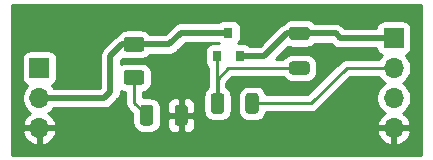
<source format=gbr>
%TF.GenerationSoftware,KiCad,Pcbnew,5.1.10-88a1d61d58~90~ubuntu21.04.1*%
%TF.CreationDate,2021-08-02T11:22:18+02:00*%
%TF.ProjectId,ServoPmosModule,53657276-6f50-46d6-9f73-4d6f64756c65,rev?*%
%TF.SameCoordinates,Original*%
%TF.FileFunction,Copper,L1,Top*%
%TF.FilePolarity,Positive*%
%FSLAX46Y46*%
G04 Gerber Fmt 4.6, Leading zero omitted, Abs format (unit mm)*
G04 Created by KiCad (PCBNEW 5.1.10-88a1d61d58~90~ubuntu21.04.1) date 2021-08-02 11:22:18*
%MOMM*%
%LPD*%
G01*
G04 APERTURE LIST*
%TA.AperFunction,SMDPad,CuDef*%
%ADD10R,0.800000X0.900000*%
%TD*%
%TA.AperFunction,ComponentPad*%
%ADD11O,1.700000X1.700000*%
%TD*%
%TA.AperFunction,ComponentPad*%
%ADD12R,1.700000X1.700000*%
%TD*%
%TA.AperFunction,Conductor*%
%ADD13C,0.500000*%
%TD*%
%TA.AperFunction,Conductor*%
%ADD14C,0.250000*%
%TD*%
%TA.AperFunction,Conductor*%
%ADD15C,0.254000*%
%TD*%
%TA.AperFunction,Conductor*%
%ADD16C,0.100000*%
%TD*%
G04 APERTURE END LIST*
%TO.P,R3,2*%
%TO.N,GND*%
%TA.AperFunction,SMDPad,CuDef*%
G36*
G01*
X110437500Y-92625002D02*
X110437500Y-91374998D01*
G75*
G02*
X110687498Y-91125000I249998J0D01*
G01*
X111312502Y-91125000D01*
G75*
G02*
X111562500Y-91374998I0J-249998D01*
G01*
X111562500Y-92625002D01*
G75*
G02*
X111312502Y-92875000I-249998J0D01*
G01*
X110687498Y-92875000D01*
G75*
G02*
X110437500Y-92625002I0J249998D01*
G01*
G37*
%TD.AperFunction*%
%TO.P,R3,1*%
%TO.N,Net-(D1-Pad1)*%
%TA.AperFunction,SMDPad,CuDef*%
G36*
G01*
X107512500Y-92625002D02*
X107512500Y-91374998D01*
G75*
G02*
X107762498Y-91125000I249998J0D01*
G01*
X108387502Y-91125000D01*
G75*
G02*
X108637500Y-91374998I0J-249998D01*
G01*
X108637500Y-92625002D01*
G75*
G02*
X108387502Y-92875000I-249998J0D01*
G01*
X107762498Y-92875000D01*
G75*
G02*
X107512500Y-92625002I0J249998D01*
G01*
G37*
%TD.AperFunction*%
%TD*%
%TO.P,R2,2*%
%TO.N,/pwr_en*%
%TA.AperFunction,SMDPad,CuDef*%
G36*
G01*
X116437500Y-91625002D02*
X116437500Y-90374998D01*
G75*
G02*
X116687498Y-90125000I249998J0D01*
G01*
X117312502Y-90125000D01*
G75*
G02*
X117562500Y-90374998I0J-249998D01*
G01*
X117562500Y-91625002D01*
G75*
G02*
X117312502Y-91875000I-249998J0D01*
G01*
X116687498Y-91875000D01*
G75*
G02*
X116437500Y-91625002I0J249998D01*
G01*
G37*
%TD.AperFunction*%
%TO.P,R2,1*%
%TO.N,Net-(Q1-Pad1)*%
%TA.AperFunction,SMDPad,CuDef*%
G36*
G01*
X113512500Y-91625002D02*
X113512500Y-90374998D01*
G75*
G02*
X113762498Y-90125000I249998J0D01*
G01*
X114387502Y-90125000D01*
G75*
G02*
X114637500Y-90374998I0J-249998D01*
G01*
X114637500Y-91625002D01*
G75*
G02*
X114387502Y-91875000I-249998J0D01*
G01*
X113762498Y-91875000D01*
G75*
G02*
X113512500Y-91625002I0J249998D01*
G01*
G37*
%TD.AperFunction*%
%TD*%
%TO.P,R1,2*%
%TO.N,Net-(Q1-Pad1)*%
%TA.AperFunction,SMDPad,CuDef*%
G36*
G01*
X120374998Y-87437500D02*
X121625002Y-87437500D01*
G75*
G02*
X121875000Y-87687498I0J-249998D01*
G01*
X121875000Y-88312502D01*
G75*
G02*
X121625002Y-88562500I-249998J0D01*
G01*
X120374998Y-88562500D01*
G75*
G02*
X120125000Y-88312502I0J249998D01*
G01*
X120125000Y-87687498D01*
G75*
G02*
X120374998Y-87437500I249998J0D01*
G01*
G37*
%TD.AperFunction*%
%TO.P,R1,1*%
%TO.N,/pwr_in*%
%TA.AperFunction,SMDPad,CuDef*%
G36*
G01*
X120374998Y-84512500D02*
X121625002Y-84512500D01*
G75*
G02*
X121875000Y-84762498I0J-249998D01*
G01*
X121875000Y-85387502D01*
G75*
G02*
X121625002Y-85637500I-249998J0D01*
G01*
X120374998Y-85637500D01*
G75*
G02*
X120125000Y-85387502I0J249998D01*
G01*
X120125000Y-84762498D01*
G75*
G02*
X120374998Y-84512500I249998J0D01*
G01*
G37*
%TD.AperFunction*%
%TD*%
D10*
%TO.P,Q1,3*%
%TO.N,/pwr_out*%
X115000000Y-85000000D03*
%TO.P,Q1,2*%
%TO.N,/pwr_in*%
X115950000Y-87000000D03*
%TO.P,Q1,1*%
%TO.N,Net-(Q1-Pad1)*%
X114050000Y-87000000D03*
%TD*%
D11*
%TO.P,J2,3*%
%TO.N,GND*%
X99000000Y-93080000D03*
%TO.P,J2,2*%
%TO.N,/pwr_out*%
X99000000Y-90540000D03*
D12*
%TO.P,J2,1*%
%TO.N,/pwm*%
X99000000Y-88000000D03*
%TD*%
D11*
%TO.P,J1,4*%
%TO.N,GND*%
X129000000Y-93080000D03*
%TO.P,J1,3*%
%TO.N,/pwm*%
X129000000Y-90540000D03*
%TO.P,J1,2*%
%TO.N,/pwr_en*%
X129000000Y-88000000D03*
D12*
%TO.P,J1,1*%
%TO.N,/pwr_in*%
X129000000Y-85460000D03*
%TD*%
%TO.P,D1,2*%
%TO.N,/pwr_out*%
%TA.AperFunction,SMDPad,CuDef*%
G36*
G01*
X107625000Y-86625000D02*
X106375000Y-86625000D01*
G75*
G02*
X106125000Y-86375000I0J250000D01*
G01*
X106125000Y-85625000D01*
G75*
G02*
X106375000Y-85375000I250000J0D01*
G01*
X107625000Y-85375000D01*
G75*
G02*
X107875000Y-85625000I0J-250000D01*
G01*
X107875000Y-86375000D01*
G75*
G02*
X107625000Y-86625000I-250000J0D01*
G01*
G37*
%TD.AperFunction*%
%TO.P,D1,1*%
%TO.N,Net-(D1-Pad1)*%
%TA.AperFunction,SMDPad,CuDef*%
G36*
G01*
X107625000Y-89425000D02*
X106375000Y-89425000D01*
G75*
G02*
X106125000Y-89175000I0J250000D01*
G01*
X106125000Y-88425000D01*
G75*
G02*
X106375000Y-88175000I250000J0D01*
G01*
X107625000Y-88175000D01*
G75*
G02*
X107875000Y-88425000I0J-250000D01*
G01*
X107875000Y-89175000D01*
G75*
G02*
X107625000Y-89425000I-250000J0D01*
G01*
G37*
%TD.AperFunction*%
%TD*%
D13*
%TO.N,/pwr_out*%
X115000000Y-85000000D02*
X111000000Y-85000000D01*
X110000000Y-86000000D02*
X107000000Y-86000000D01*
X111000000Y-85000000D02*
X110000000Y-86000000D01*
X107000000Y-86000000D02*
X106000000Y-86000000D01*
X106000000Y-86000000D02*
X105000000Y-87000000D01*
X105000000Y-87000000D02*
X105000000Y-90000000D01*
X104460000Y-90540000D02*
X102000000Y-90540000D01*
X105000000Y-90000000D02*
X104460000Y-90540000D01*
X102000000Y-90540000D02*
X99000000Y-90540000D01*
D14*
%TO.N,Net-(D1-Pad1)*%
X107000000Y-90925000D02*
X108075000Y-92000000D01*
X107000000Y-88800000D02*
X107000000Y-90925000D01*
%TO.N,/pwr_en*%
X125000000Y-88000000D02*
X128000000Y-88000000D01*
X122000000Y-91000000D02*
X125000000Y-88000000D01*
X117000000Y-91000000D02*
X122000000Y-91000000D01*
X128000000Y-88000000D02*
X129000000Y-88000000D01*
D13*
%TO.N,/pwr_in*%
X118000000Y-87000000D02*
X115950000Y-87000000D01*
X119925000Y-85075000D02*
X118000000Y-87000000D01*
X121000000Y-85075000D02*
X119925000Y-85075000D01*
X124075000Y-85075000D02*
X121000000Y-85075000D01*
X124460000Y-85460000D02*
X124075000Y-85075000D01*
X129000000Y-85460000D02*
X124460000Y-85460000D01*
D14*
%TO.N,Net-(Q1-Pad1)*%
X114050000Y-90975000D02*
X114075000Y-91000000D01*
X114050000Y-87000000D02*
X114050000Y-90975000D01*
X114075000Y-91000000D02*
X114075000Y-88925000D01*
X115000000Y-88000000D02*
X121000000Y-88000000D01*
X114075000Y-88925000D02*
X115000000Y-88000000D01*
%TD*%
D15*
%TO.N,GND*%
X131340001Y-95340000D02*
X96660000Y-95340000D01*
X96660000Y-93436890D01*
X97558524Y-93436890D01*
X97603175Y-93584099D01*
X97728359Y-93846920D01*
X97902412Y-94080269D01*
X98118645Y-94275178D01*
X98368748Y-94424157D01*
X98643109Y-94521481D01*
X98873000Y-94400814D01*
X98873000Y-93207000D01*
X99127000Y-93207000D01*
X99127000Y-94400814D01*
X99356891Y-94521481D01*
X99631252Y-94424157D01*
X99881355Y-94275178D01*
X100097588Y-94080269D01*
X100271641Y-93846920D01*
X100396825Y-93584099D01*
X100441476Y-93436890D01*
X100320155Y-93207000D01*
X99127000Y-93207000D01*
X98873000Y-93207000D01*
X97679845Y-93207000D01*
X97558524Y-93436890D01*
X96660000Y-93436890D01*
X96660000Y-87150000D01*
X97511928Y-87150000D01*
X97511928Y-88850000D01*
X97524188Y-88974482D01*
X97560498Y-89094180D01*
X97619463Y-89204494D01*
X97698815Y-89301185D01*
X97795506Y-89380537D01*
X97905820Y-89439502D01*
X97978380Y-89461513D01*
X97846525Y-89593368D01*
X97684010Y-89836589D01*
X97572068Y-90106842D01*
X97515000Y-90393740D01*
X97515000Y-90686260D01*
X97572068Y-90973158D01*
X97684010Y-91243411D01*
X97846525Y-91486632D01*
X98053368Y-91693475D01*
X98235534Y-91815195D01*
X98118645Y-91884822D01*
X97902412Y-92079731D01*
X97728359Y-92313080D01*
X97603175Y-92575901D01*
X97558524Y-92723110D01*
X97679845Y-92953000D01*
X98873000Y-92953000D01*
X98873000Y-92933000D01*
X99127000Y-92933000D01*
X99127000Y-92953000D01*
X100320155Y-92953000D01*
X100441476Y-92723110D01*
X100396825Y-92575901D01*
X100271641Y-92313080D01*
X100097588Y-92079731D01*
X99881355Y-91884822D01*
X99764466Y-91815195D01*
X99946632Y-91693475D01*
X100153475Y-91486632D01*
X100194656Y-91425000D01*
X104416531Y-91425000D01*
X104460000Y-91429281D01*
X104503469Y-91425000D01*
X104503477Y-91425000D01*
X104633490Y-91412195D01*
X104800313Y-91361589D01*
X104954059Y-91279411D01*
X105088817Y-91168817D01*
X105116534Y-91135044D01*
X105595044Y-90656534D01*
X105628817Y-90628817D01*
X105739411Y-90494059D01*
X105821589Y-90340313D01*
X105872195Y-90173490D01*
X105885000Y-90043477D01*
X105885000Y-90043467D01*
X105889281Y-90000001D01*
X105885000Y-89956535D01*
X105885000Y-89915215D01*
X106035150Y-89995472D01*
X106201746Y-90046008D01*
X106240001Y-90049776D01*
X106240001Y-90887668D01*
X106236324Y-90925000D01*
X106240001Y-90962333D01*
X106247066Y-91034059D01*
X106250998Y-91073985D01*
X106294454Y-91217246D01*
X106365026Y-91349276D01*
X106416663Y-91412195D01*
X106460000Y-91465001D01*
X106488998Y-91488799D01*
X106874428Y-91874229D01*
X106874428Y-92625002D01*
X106891492Y-92798256D01*
X106942028Y-92964852D01*
X107024095Y-93118387D01*
X107134538Y-93252962D01*
X107269113Y-93363405D01*
X107422648Y-93445472D01*
X107589244Y-93496008D01*
X107762498Y-93513072D01*
X108387502Y-93513072D01*
X108560756Y-93496008D01*
X108727352Y-93445472D01*
X108880887Y-93363405D01*
X109015462Y-93252962D01*
X109125905Y-93118387D01*
X109207972Y-92964852D01*
X109235228Y-92875000D01*
X109799428Y-92875000D01*
X109811688Y-92999482D01*
X109847998Y-93119180D01*
X109906963Y-93229494D01*
X109986315Y-93326185D01*
X110083006Y-93405537D01*
X110193320Y-93464502D01*
X110313018Y-93500812D01*
X110437500Y-93513072D01*
X110714250Y-93510000D01*
X110873000Y-93351250D01*
X110873000Y-92127000D01*
X111127000Y-92127000D01*
X111127000Y-93351250D01*
X111285750Y-93510000D01*
X111562500Y-93513072D01*
X111686982Y-93500812D01*
X111806680Y-93464502D01*
X111858337Y-93436890D01*
X127558524Y-93436890D01*
X127603175Y-93584099D01*
X127728359Y-93846920D01*
X127902412Y-94080269D01*
X128118645Y-94275178D01*
X128368748Y-94424157D01*
X128643109Y-94521481D01*
X128873000Y-94400814D01*
X128873000Y-93207000D01*
X129127000Y-93207000D01*
X129127000Y-94400814D01*
X129356891Y-94521481D01*
X129631252Y-94424157D01*
X129881355Y-94275178D01*
X130097588Y-94080269D01*
X130271641Y-93846920D01*
X130396825Y-93584099D01*
X130441476Y-93436890D01*
X130320155Y-93207000D01*
X129127000Y-93207000D01*
X128873000Y-93207000D01*
X127679845Y-93207000D01*
X127558524Y-93436890D01*
X111858337Y-93436890D01*
X111916994Y-93405537D01*
X112013685Y-93326185D01*
X112093037Y-93229494D01*
X112152002Y-93119180D01*
X112188312Y-92999482D01*
X112200572Y-92875000D01*
X112197500Y-92285750D01*
X112038750Y-92127000D01*
X111127000Y-92127000D01*
X110873000Y-92127000D01*
X109961250Y-92127000D01*
X109802500Y-92285750D01*
X109799428Y-92875000D01*
X109235228Y-92875000D01*
X109258508Y-92798256D01*
X109275572Y-92625002D01*
X109275572Y-91374998D01*
X109258508Y-91201744D01*
X109235229Y-91125000D01*
X109799428Y-91125000D01*
X109802500Y-91714250D01*
X109961250Y-91873000D01*
X110873000Y-91873000D01*
X110873000Y-90648750D01*
X111127000Y-90648750D01*
X111127000Y-91873000D01*
X112038750Y-91873000D01*
X112197500Y-91714250D01*
X112200572Y-91125000D01*
X112188312Y-91000518D01*
X112152002Y-90880820D01*
X112093037Y-90770506D01*
X112013685Y-90673815D01*
X111916994Y-90594463D01*
X111806680Y-90535498D01*
X111686982Y-90499188D01*
X111562500Y-90486928D01*
X111285750Y-90490000D01*
X111127000Y-90648750D01*
X110873000Y-90648750D01*
X110714250Y-90490000D01*
X110437500Y-90486928D01*
X110313018Y-90499188D01*
X110193320Y-90535498D01*
X110083006Y-90594463D01*
X109986315Y-90673815D01*
X109906963Y-90770506D01*
X109847998Y-90880820D01*
X109811688Y-91000518D01*
X109799428Y-91125000D01*
X109235229Y-91125000D01*
X109207972Y-91035148D01*
X109125905Y-90881613D01*
X109015462Y-90747038D01*
X108880887Y-90636595D01*
X108727352Y-90554528D01*
X108560756Y-90503992D01*
X108387502Y-90486928D01*
X107762498Y-90486928D01*
X107760000Y-90487174D01*
X107760000Y-90049776D01*
X107798254Y-90046008D01*
X107964850Y-89995472D01*
X108118386Y-89913405D01*
X108252962Y-89802962D01*
X108363405Y-89668386D01*
X108445472Y-89514850D01*
X108496008Y-89348254D01*
X108513072Y-89175000D01*
X108513072Y-88425000D01*
X108496008Y-88251746D01*
X108445472Y-88085150D01*
X108363405Y-87931614D01*
X108252962Y-87797038D01*
X108118386Y-87686595D01*
X107964850Y-87604528D01*
X107798254Y-87553992D01*
X107625000Y-87536928D01*
X106375000Y-87536928D01*
X106201746Y-87553992D01*
X106035150Y-87604528D01*
X105885000Y-87684785D01*
X105885000Y-87366578D01*
X106051229Y-87200349D01*
X106201746Y-87246008D01*
X106375000Y-87263072D01*
X107625000Y-87263072D01*
X107798254Y-87246008D01*
X107964850Y-87195472D01*
X108118386Y-87113405D01*
X108252962Y-87002962D01*
X108349770Y-86885000D01*
X109956531Y-86885000D01*
X110000000Y-86889281D01*
X110043469Y-86885000D01*
X110043477Y-86885000D01*
X110173490Y-86872195D01*
X110340313Y-86821589D01*
X110494059Y-86739411D01*
X110628817Y-86628817D01*
X110656534Y-86595044D01*
X111366579Y-85885000D01*
X114135532Y-85885000D01*
X114148815Y-85901185D01*
X114161905Y-85911928D01*
X113650000Y-85911928D01*
X113525518Y-85924188D01*
X113405820Y-85960498D01*
X113295506Y-86019463D01*
X113198815Y-86098815D01*
X113119463Y-86195506D01*
X113060498Y-86305820D01*
X113024188Y-86425518D01*
X113011928Y-86550000D01*
X113011928Y-87450000D01*
X113024188Y-87574482D01*
X113060498Y-87694180D01*
X113119463Y-87804494D01*
X113198815Y-87901185D01*
X113290000Y-87976019D01*
X113290001Y-89625430D01*
X113269113Y-89636595D01*
X113134538Y-89747038D01*
X113024095Y-89881613D01*
X112942028Y-90035148D01*
X112891492Y-90201744D01*
X112874428Y-90374998D01*
X112874428Y-91625002D01*
X112891492Y-91798256D01*
X112942028Y-91964852D01*
X113024095Y-92118387D01*
X113134538Y-92252962D01*
X113269113Y-92363405D01*
X113422648Y-92445472D01*
X113589244Y-92496008D01*
X113762498Y-92513072D01*
X114387502Y-92513072D01*
X114560756Y-92496008D01*
X114727352Y-92445472D01*
X114880887Y-92363405D01*
X115015462Y-92252962D01*
X115125905Y-92118387D01*
X115207972Y-91964852D01*
X115258508Y-91798256D01*
X115275572Y-91625002D01*
X115275572Y-90374998D01*
X115258508Y-90201744D01*
X115207972Y-90035148D01*
X115125905Y-89881613D01*
X115015462Y-89747038D01*
X114880887Y-89636595D01*
X114835000Y-89612068D01*
X114835000Y-89239801D01*
X115314802Y-88760000D01*
X119612068Y-88760000D01*
X119636595Y-88805887D01*
X119747038Y-88940462D01*
X119881613Y-89050905D01*
X120035148Y-89132972D01*
X120201744Y-89183508D01*
X120374998Y-89200572D01*
X121625002Y-89200572D01*
X121798256Y-89183508D01*
X121964852Y-89132972D01*
X122118387Y-89050905D01*
X122252962Y-88940462D01*
X122363405Y-88805887D01*
X122445472Y-88652352D01*
X122496008Y-88485756D01*
X122513072Y-88312502D01*
X122513072Y-87687498D01*
X122496008Y-87514244D01*
X122445472Y-87347648D01*
X122363405Y-87194113D01*
X122252962Y-87059538D01*
X122118387Y-86949095D01*
X121964852Y-86867028D01*
X121798256Y-86816492D01*
X121625002Y-86799428D01*
X120374998Y-86799428D01*
X120201744Y-86816492D01*
X120035148Y-86867028D01*
X119881613Y-86949095D01*
X119747038Y-87059538D01*
X119636595Y-87194113D01*
X119612068Y-87240000D01*
X119011578Y-87240000D01*
X120041638Y-86209941D01*
X120201744Y-86258508D01*
X120374998Y-86275572D01*
X121625002Y-86275572D01*
X121798256Y-86258508D01*
X121964852Y-86207972D01*
X122118387Y-86125905D01*
X122252962Y-86015462D01*
X122298479Y-85960000D01*
X123708422Y-85960000D01*
X123803466Y-86055044D01*
X123831183Y-86088817D01*
X123965941Y-86199411D01*
X124119687Y-86281589D01*
X124286510Y-86332195D01*
X124416523Y-86345000D01*
X124416533Y-86345000D01*
X124459999Y-86349281D01*
X124503465Y-86345000D01*
X127515375Y-86345000D01*
X127524188Y-86434482D01*
X127560498Y-86554180D01*
X127619463Y-86664494D01*
X127698815Y-86761185D01*
X127795506Y-86840537D01*
X127905820Y-86899502D01*
X127978380Y-86921513D01*
X127846525Y-87053368D01*
X127721822Y-87240000D01*
X125037325Y-87240000D01*
X125000000Y-87236324D01*
X124962675Y-87240000D01*
X124962667Y-87240000D01*
X124851014Y-87250997D01*
X124707753Y-87294454D01*
X124575724Y-87365026D01*
X124459999Y-87459999D01*
X124436201Y-87488997D01*
X121685199Y-90240000D01*
X118187276Y-90240000D01*
X118183508Y-90201744D01*
X118132972Y-90035148D01*
X118050905Y-89881613D01*
X117940462Y-89747038D01*
X117805887Y-89636595D01*
X117652352Y-89554528D01*
X117485756Y-89503992D01*
X117312502Y-89486928D01*
X116687498Y-89486928D01*
X116514244Y-89503992D01*
X116347648Y-89554528D01*
X116194113Y-89636595D01*
X116059538Y-89747038D01*
X115949095Y-89881613D01*
X115867028Y-90035148D01*
X115816492Y-90201744D01*
X115799428Y-90374998D01*
X115799428Y-91625002D01*
X115816492Y-91798256D01*
X115867028Y-91964852D01*
X115949095Y-92118387D01*
X116059538Y-92252962D01*
X116194113Y-92363405D01*
X116347648Y-92445472D01*
X116514244Y-92496008D01*
X116687498Y-92513072D01*
X117312502Y-92513072D01*
X117485756Y-92496008D01*
X117652352Y-92445472D01*
X117805887Y-92363405D01*
X117940462Y-92252962D01*
X118050905Y-92118387D01*
X118132972Y-91964852D01*
X118183508Y-91798256D01*
X118187276Y-91760000D01*
X121962678Y-91760000D01*
X122000000Y-91763676D01*
X122037322Y-91760000D01*
X122037333Y-91760000D01*
X122148986Y-91749003D01*
X122292247Y-91705546D01*
X122424276Y-91634974D01*
X122540001Y-91540001D01*
X122563804Y-91510997D01*
X125314802Y-88760000D01*
X127721822Y-88760000D01*
X127846525Y-88946632D01*
X128053368Y-89153475D01*
X128227760Y-89270000D01*
X128053368Y-89386525D01*
X127846525Y-89593368D01*
X127684010Y-89836589D01*
X127572068Y-90106842D01*
X127515000Y-90393740D01*
X127515000Y-90686260D01*
X127572068Y-90973158D01*
X127684010Y-91243411D01*
X127846525Y-91486632D01*
X128053368Y-91693475D01*
X128235534Y-91815195D01*
X128118645Y-91884822D01*
X127902412Y-92079731D01*
X127728359Y-92313080D01*
X127603175Y-92575901D01*
X127558524Y-92723110D01*
X127679845Y-92953000D01*
X128873000Y-92953000D01*
X128873000Y-92933000D01*
X129127000Y-92933000D01*
X129127000Y-92953000D01*
X130320155Y-92953000D01*
X130441476Y-92723110D01*
X130396825Y-92575901D01*
X130271641Y-92313080D01*
X130097588Y-92079731D01*
X129881355Y-91884822D01*
X129764466Y-91815195D01*
X129946632Y-91693475D01*
X130153475Y-91486632D01*
X130315990Y-91243411D01*
X130427932Y-90973158D01*
X130485000Y-90686260D01*
X130485000Y-90393740D01*
X130427932Y-90106842D01*
X130315990Y-89836589D01*
X130153475Y-89593368D01*
X129946632Y-89386525D01*
X129772240Y-89270000D01*
X129946632Y-89153475D01*
X130153475Y-88946632D01*
X130315990Y-88703411D01*
X130427932Y-88433158D01*
X130485000Y-88146260D01*
X130485000Y-87853740D01*
X130427932Y-87566842D01*
X130315990Y-87296589D01*
X130153475Y-87053368D01*
X130021620Y-86921513D01*
X130094180Y-86899502D01*
X130204494Y-86840537D01*
X130301185Y-86761185D01*
X130380537Y-86664494D01*
X130439502Y-86554180D01*
X130475812Y-86434482D01*
X130488072Y-86310000D01*
X130488072Y-84610000D01*
X130475812Y-84485518D01*
X130439502Y-84365820D01*
X130380537Y-84255506D01*
X130301185Y-84158815D01*
X130204494Y-84079463D01*
X130094180Y-84020498D01*
X129974482Y-83984188D01*
X129850000Y-83971928D01*
X128150000Y-83971928D01*
X128025518Y-83984188D01*
X127905820Y-84020498D01*
X127795506Y-84079463D01*
X127698815Y-84158815D01*
X127619463Y-84255506D01*
X127560498Y-84365820D01*
X127524188Y-84485518D01*
X127515375Y-84575000D01*
X124826578Y-84575000D01*
X124731534Y-84479956D01*
X124703817Y-84446183D01*
X124569059Y-84335589D01*
X124415313Y-84253411D01*
X124248490Y-84202805D01*
X124118477Y-84190000D01*
X124118469Y-84190000D01*
X124075000Y-84185719D01*
X124031531Y-84190000D01*
X122298479Y-84190000D01*
X122252962Y-84134538D01*
X122118387Y-84024095D01*
X121964852Y-83942028D01*
X121798256Y-83891492D01*
X121625002Y-83874428D01*
X120374998Y-83874428D01*
X120201744Y-83891492D01*
X120035148Y-83942028D01*
X119881613Y-84024095D01*
X119747038Y-84134538D01*
X119670959Y-84227240D01*
X119584687Y-84253411D01*
X119430941Y-84335589D01*
X119401452Y-84359790D01*
X119329953Y-84418468D01*
X119329951Y-84418470D01*
X119296183Y-84446183D01*
X119268470Y-84479951D01*
X117633422Y-86115000D01*
X116814468Y-86115000D01*
X116801185Y-86098815D01*
X116704494Y-86019463D01*
X116594180Y-85960498D01*
X116474482Y-85924188D01*
X116350000Y-85911928D01*
X115838095Y-85911928D01*
X115851185Y-85901185D01*
X115930537Y-85804494D01*
X115989502Y-85694180D01*
X116025812Y-85574482D01*
X116038072Y-85450000D01*
X116038072Y-84550000D01*
X116025812Y-84425518D01*
X115989502Y-84305820D01*
X115930537Y-84195506D01*
X115851185Y-84098815D01*
X115754494Y-84019463D01*
X115644180Y-83960498D01*
X115524482Y-83924188D01*
X115400000Y-83911928D01*
X114600000Y-83911928D01*
X114475518Y-83924188D01*
X114355820Y-83960498D01*
X114245506Y-84019463D01*
X114148815Y-84098815D01*
X114135532Y-84115000D01*
X111043469Y-84115000D01*
X111000000Y-84110719D01*
X110956531Y-84115000D01*
X110956523Y-84115000D01*
X110826510Y-84127805D01*
X110659686Y-84178411D01*
X110505941Y-84260589D01*
X110404953Y-84343468D01*
X110404951Y-84343470D01*
X110371183Y-84371183D01*
X110343470Y-84404951D01*
X109633422Y-85115000D01*
X108349770Y-85115000D01*
X108252962Y-84997038D01*
X108118386Y-84886595D01*
X107964850Y-84804528D01*
X107798254Y-84753992D01*
X107625000Y-84736928D01*
X106375000Y-84736928D01*
X106201746Y-84753992D01*
X106035150Y-84804528D01*
X105881614Y-84886595D01*
X105747038Y-84997038D01*
X105636595Y-85131614D01*
X105592341Y-85214408D01*
X105505941Y-85260589D01*
X105404953Y-85343468D01*
X105404951Y-85343470D01*
X105371183Y-85371183D01*
X105343470Y-85404951D01*
X104404956Y-86343466D01*
X104371183Y-86371183D01*
X104260589Y-86505942D01*
X104178411Y-86659688D01*
X104127805Y-86826511D01*
X104115000Y-86956524D01*
X104115000Y-86956531D01*
X104110719Y-87000000D01*
X104115000Y-87043469D01*
X104115001Y-89633421D01*
X104093422Y-89655000D01*
X100194656Y-89655000D01*
X100153475Y-89593368D01*
X100021620Y-89461513D01*
X100094180Y-89439502D01*
X100204494Y-89380537D01*
X100301185Y-89301185D01*
X100380537Y-89204494D01*
X100439502Y-89094180D01*
X100475812Y-88974482D01*
X100488072Y-88850000D01*
X100488072Y-87150000D01*
X100475812Y-87025518D01*
X100439502Y-86905820D01*
X100380537Y-86795506D01*
X100301185Y-86698815D01*
X100204494Y-86619463D01*
X100094180Y-86560498D01*
X99974482Y-86524188D01*
X99850000Y-86511928D01*
X98150000Y-86511928D01*
X98025518Y-86524188D01*
X97905820Y-86560498D01*
X97795506Y-86619463D01*
X97698815Y-86698815D01*
X97619463Y-86795506D01*
X97560498Y-86905820D01*
X97524188Y-87025518D01*
X97511928Y-87150000D01*
X96660000Y-87150000D01*
X96660000Y-82660000D01*
X131340000Y-82660000D01*
X131340001Y-95340000D01*
%TA.AperFunction,Conductor*%
D16*
G36*
X131340001Y-95340000D02*
G01*
X96660000Y-95340000D01*
X96660000Y-93436890D01*
X97558524Y-93436890D01*
X97603175Y-93584099D01*
X97728359Y-93846920D01*
X97902412Y-94080269D01*
X98118645Y-94275178D01*
X98368748Y-94424157D01*
X98643109Y-94521481D01*
X98873000Y-94400814D01*
X98873000Y-93207000D01*
X99127000Y-93207000D01*
X99127000Y-94400814D01*
X99356891Y-94521481D01*
X99631252Y-94424157D01*
X99881355Y-94275178D01*
X100097588Y-94080269D01*
X100271641Y-93846920D01*
X100396825Y-93584099D01*
X100441476Y-93436890D01*
X100320155Y-93207000D01*
X99127000Y-93207000D01*
X98873000Y-93207000D01*
X97679845Y-93207000D01*
X97558524Y-93436890D01*
X96660000Y-93436890D01*
X96660000Y-87150000D01*
X97511928Y-87150000D01*
X97511928Y-88850000D01*
X97524188Y-88974482D01*
X97560498Y-89094180D01*
X97619463Y-89204494D01*
X97698815Y-89301185D01*
X97795506Y-89380537D01*
X97905820Y-89439502D01*
X97978380Y-89461513D01*
X97846525Y-89593368D01*
X97684010Y-89836589D01*
X97572068Y-90106842D01*
X97515000Y-90393740D01*
X97515000Y-90686260D01*
X97572068Y-90973158D01*
X97684010Y-91243411D01*
X97846525Y-91486632D01*
X98053368Y-91693475D01*
X98235534Y-91815195D01*
X98118645Y-91884822D01*
X97902412Y-92079731D01*
X97728359Y-92313080D01*
X97603175Y-92575901D01*
X97558524Y-92723110D01*
X97679845Y-92953000D01*
X98873000Y-92953000D01*
X98873000Y-92933000D01*
X99127000Y-92933000D01*
X99127000Y-92953000D01*
X100320155Y-92953000D01*
X100441476Y-92723110D01*
X100396825Y-92575901D01*
X100271641Y-92313080D01*
X100097588Y-92079731D01*
X99881355Y-91884822D01*
X99764466Y-91815195D01*
X99946632Y-91693475D01*
X100153475Y-91486632D01*
X100194656Y-91425000D01*
X104416531Y-91425000D01*
X104460000Y-91429281D01*
X104503469Y-91425000D01*
X104503477Y-91425000D01*
X104633490Y-91412195D01*
X104800313Y-91361589D01*
X104954059Y-91279411D01*
X105088817Y-91168817D01*
X105116534Y-91135044D01*
X105595044Y-90656534D01*
X105628817Y-90628817D01*
X105739411Y-90494059D01*
X105821589Y-90340313D01*
X105872195Y-90173490D01*
X105885000Y-90043477D01*
X105885000Y-90043467D01*
X105889281Y-90000001D01*
X105885000Y-89956535D01*
X105885000Y-89915215D01*
X106035150Y-89995472D01*
X106201746Y-90046008D01*
X106240001Y-90049776D01*
X106240001Y-90887668D01*
X106236324Y-90925000D01*
X106240001Y-90962333D01*
X106247066Y-91034059D01*
X106250998Y-91073985D01*
X106294454Y-91217246D01*
X106365026Y-91349276D01*
X106416663Y-91412195D01*
X106460000Y-91465001D01*
X106488998Y-91488799D01*
X106874428Y-91874229D01*
X106874428Y-92625002D01*
X106891492Y-92798256D01*
X106942028Y-92964852D01*
X107024095Y-93118387D01*
X107134538Y-93252962D01*
X107269113Y-93363405D01*
X107422648Y-93445472D01*
X107589244Y-93496008D01*
X107762498Y-93513072D01*
X108387502Y-93513072D01*
X108560756Y-93496008D01*
X108727352Y-93445472D01*
X108880887Y-93363405D01*
X109015462Y-93252962D01*
X109125905Y-93118387D01*
X109207972Y-92964852D01*
X109235228Y-92875000D01*
X109799428Y-92875000D01*
X109811688Y-92999482D01*
X109847998Y-93119180D01*
X109906963Y-93229494D01*
X109986315Y-93326185D01*
X110083006Y-93405537D01*
X110193320Y-93464502D01*
X110313018Y-93500812D01*
X110437500Y-93513072D01*
X110714250Y-93510000D01*
X110873000Y-93351250D01*
X110873000Y-92127000D01*
X111127000Y-92127000D01*
X111127000Y-93351250D01*
X111285750Y-93510000D01*
X111562500Y-93513072D01*
X111686982Y-93500812D01*
X111806680Y-93464502D01*
X111858337Y-93436890D01*
X127558524Y-93436890D01*
X127603175Y-93584099D01*
X127728359Y-93846920D01*
X127902412Y-94080269D01*
X128118645Y-94275178D01*
X128368748Y-94424157D01*
X128643109Y-94521481D01*
X128873000Y-94400814D01*
X128873000Y-93207000D01*
X129127000Y-93207000D01*
X129127000Y-94400814D01*
X129356891Y-94521481D01*
X129631252Y-94424157D01*
X129881355Y-94275178D01*
X130097588Y-94080269D01*
X130271641Y-93846920D01*
X130396825Y-93584099D01*
X130441476Y-93436890D01*
X130320155Y-93207000D01*
X129127000Y-93207000D01*
X128873000Y-93207000D01*
X127679845Y-93207000D01*
X127558524Y-93436890D01*
X111858337Y-93436890D01*
X111916994Y-93405537D01*
X112013685Y-93326185D01*
X112093037Y-93229494D01*
X112152002Y-93119180D01*
X112188312Y-92999482D01*
X112200572Y-92875000D01*
X112197500Y-92285750D01*
X112038750Y-92127000D01*
X111127000Y-92127000D01*
X110873000Y-92127000D01*
X109961250Y-92127000D01*
X109802500Y-92285750D01*
X109799428Y-92875000D01*
X109235228Y-92875000D01*
X109258508Y-92798256D01*
X109275572Y-92625002D01*
X109275572Y-91374998D01*
X109258508Y-91201744D01*
X109235229Y-91125000D01*
X109799428Y-91125000D01*
X109802500Y-91714250D01*
X109961250Y-91873000D01*
X110873000Y-91873000D01*
X110873000Y-90648750D01*
X111127000Y-90648750D01*
X111127000Y-91873000D01*
X112038750Y-91873000D01*
X112197500Y-91714250D01*
X112200572Y-91125000D01*
X112188312Y-91000518D01*
X112152002Y-90880820D01*
X112093037Y-90770506D01*
X112013685Y-90673815D01*
X111916994Y-90594463D01*
X111806680Y-90535498D01*
X111686982Y-90499188D01*
X111562500Y-90486928D01*
X111285750Y-90490000D01*
X111127000Y-90648750D01*
X110873000Y-90648750D01*
X110714250Y-90490000D01*
X110437500Y-90486928D01*
X110313018Y-90499188D01*
X110193320Y-90535498D01*
X110083006Y-90594463D01*
X109986315Y-90673815D01*
X109906963Y-90770506D01*
X109847998Y-90880820D01*
X109811688Y-91000518D01*
X109799428Y-91125000D01*
X109235229Y-91125000D01*
X109207972Y-91035148D01*
X109125905Y-90881613D01*
X109015462Y-90747038D01*
X108880887Y-90636595D01*
X108727352Y-90554528D01*
X108560756Y-90503992D01*
X108387502Y-90486928D01*
X107762498Y-90486928D01*
X107760000Y-90487174D01*
X107760000Y-90049776D01*
X107798254Y-90046008D01*
X107964850Y-89995472D01*
X108118386Y-89913405D01*
X108252962Y-89802962D01*
X108363405Y-89668386D01*
X108445472Y-89514850D01*
X108496008Y-89348254D01*
X108513072Y-89175000D01*
X108513072Y-88425000D01*
X108496008Y-88251746D01*
X108445472Y-88085150D01*
X108363405Y-87931614D01*
X108252962Y-87797038D01*
X108118386Y-87686595D01*
X107964850Y-87604528D01*
X107798254Y-87553992D01*
X107625000Y-87536928D01*
X106375000Y-87536928D01*
X106201746Y-87553992D01*
X106035150Y-87604528D01*
X105885000Y-87684785D01*
X105885000Y-87366578D01*
X106051229Y-87200349D01*
X106201746Y-87246008D01*
X106375000Y-87263072D01*
X107625000Y-87263072D01*
X107798254Y-87246008D01*
X107964850Y-87195472D01*
X108118386Y-87113405D01*
X108252962Y-87002962D01*
X108349770Y-86885000D01*
X109956531Y-86885000D01*
X110000000Y-86889281D01*
X110043469Y-86885000D01*
X110043477Y-86885000D01*
X110173490Y-86872195D01*
X110340313Y-86821589D01*
X110494059Y-86739411D01*
X110628817Y-86628817D01*
X110656534Y-86595044D01*
X111366579Y-85885000D01*
X114135532Y-85885000D01*
X114148815Y-85901185D01*
X114161905Y-85911928D01*
X113650000Y-85911928D01*
X113525518Y-85924188D01*
X113405820Y-85960498D01*
X113295506Y-86019463D01*
X113198815Y-86098815D01*
X113119463Y-86195506D01*
X113060498Y-86305820D01*
X113024188Y-86425518D01*
X113011928Y-86550000D01*
X113011928Y-87450000D01*
X113024188Y-87574482D01*
X113060498Y-87694180D01*
X113119463Y-87804494D01*
X113198815Y-87901185D01*
X113290000Y-87976019D01*
X113290001Y-89625430D01*
X113269113Y-89636595D01*
X113134538Y-89747038D01*
X113024095Y-89881613D01*
X112942028Y-90035148D01*
X112891492Y-90201744D01*
X112874428Y-90374998D01*
X112874428Y-91625002D01*
X112891492Y-91798256D01*
X112942028Y-91964852D01*
X113024095Y-92118387D01*
X113134538Y-92252962D01*
X113269113Y-92363405D01*
X113422648Y-92445472D01*
X113589244Y-92496008D01*
X113762498Y-92513072D01*
X114387502Y-92513072D01*
X114560756Y-92496008D01*
X114727352Y-92445472D01*
X114880887Y-92363405D01*
X115015462Y-92252962D01*
X115125905Y-92118387D01*
X115207972Y-91964852D01*
X115258508Y-91798256D01*
X115275572Y-91625002D01*
X115275572Y-90374998D01*
X115258508Y-90201744D01*
X115207972Y-90035148D01*
X115125905Y-89881613D01*
X115015462Y-89747038D01*
X114880887Y-89636595D01*
X114835000Y-89612068D01*
X114835000Y-89239801D01*
X115314802Y-88760000D01*
X119612068Y-88760000D01*
X119636595Y-88805887D01*
X119747038Y-88940462D01*
X119881613Y-89050905D01*
X120035148Y-89132972D01*
X120201744Y-89183508D01*
X120374998Y-89200572D01*
X121625002Y-89200572D01*
X121798256Y-89183508D01*
X121964852Y-89132972D01*
X122118387Y-89050905D01*
X122252962Y-88940462D01*
X122363405Y-88805887D01*
X122445472Y-88652352D01*
X122496008Y-88485756D01*
X122513072Y-88312502D01*
X122513072Y-87687498D01*
X122496008Y-87514244D01*
X122445472Y-87347648D01*
X122363405Y-87194113D01*
X122252962Y-87059538D01*
X122118387Y-86949095D01*
X121964852Y-86867028D01*
X121798256Y-86816492D01*
X121625002Y-86799428D01*
X120374998Y-86799428D01*
X120201744Y-86816492D01*
X120035148Y-86867028D01*
X119881613Y-86949095D01*
X119747038Y-87059538D01*
X119636595Y-87194113D01*
X119612068Y-87240000D01*
X119011578Y-87240000D01*
X120041638Y-86209941D01*
X120201744Y-86258508D01*
X120374998Y-86275572D01*
X121625002Y-86275572D01*
X121798256Y-86258508D01*
X121964852Y-86207972D01*
X122118387Y-86125905D01*
X122252962Y-86015462D01*
X122298479Y-85960000D01*
X123708422Y-85960000D01*
X123803466Y-86055044D01*
X123831183Y-86088817D01*
X123965941Y-86199411D01*
X124119687Y-86281589D01*
X124286510Y-86332195D01*
X124416523Y-86345000D01*
X124416533Y-86345000D01*
X124459999Y-86349281D01*
X124503465Y-86345000D01*
X127515375Y-86345000D01*
X127524188Y-86434482D01*
X127560498Y-86554180D01*
X127619463Y-86664494D01*
X127698815Y-86761185D01*
X127795506Y-86840537D01*
X127905820Y-86899502D01*
X127978380Y-86921513D01*
X127846525Y-87053368D01*
X127721822Y-87240000D01*
X125037325Y-87240000D01*
X125000000Y-87236324D01*
X124962675Y-87240000D01*
X124962667Y-87240000D01*
X124851014Y-87250997D01*
X124707753Y-87294454D01*
X124575724Y-87365026D01*
X124459999Y-87459999D01*
X124436201Y-87488997D01*
X121685199Y-90240000D01*
X118187276Y-90240000D01*
X118183508Y-90201744D01*
X118132972Y-90035148D01*
X118050905Y-89881613D01*
X117940462Y-89747038D01*
X117805887Y-89636595D01*
X117652352Y-89554528D01*
X117485756Y-89503992D01*
X117312502Y-89486928D01*
X116687498Y-89486928D01*
X116514244Y-89503992D01*
X116347648Y-89554528D01*
X116194113Y-89636595D01*
X116059538Y-89747038D01*
X115949095Y-89881613D01*
X115867028Y-90035148D01*
X115816492Y-90201744D01*
X115799428Y-90374998D01*
X115799428Y-91625002D01*
X115816492Y-91798256D01*
X115867028Y-91964852D01*
X115949095Y-92118387D01*
X116059538Y-92252962D01*
X116194113Y-92363405D01*
X116347648Y-92445472D01*
X116514244Y-92496008D01*
X116687498Y-92513072D01*
X117312502Y-92513072D01*
X117485756Y-92496008D01*
X117652352Y-92445472D01*
X117805887Y-92363405D01*
X117940462Y-92252962D01*
X118050905Y-92118387D01*
X118132972Y-91964852D01*
X118183508Y-91798256D01*
X118187276Y-91760000D01*
X121962678Y-91760000D01*
X122000000Y-91763676D01*
X122037322Y-91760000D01*
X122037333Y-91760000D01*
X122148986Y-91749003D01*
X122292247Y-91705546D01*
X122424276Y-91634974D01*
X122540001Y-91540001D01*
X122563804Y-91510997D01*
X125314802Y-88760000D01*
X127721822Y-88760000D01*
X127846525Y-88946632D01*
X128053368Y-89153475D01*
X128227760Y-89270000D01*
X128053368Y-89386525D01*
X127846525Y-89593368D01*
X127684010Y-89836589D01*
X127572068Y-90106842D01*
X127515000Y-90393740D01*
X127515000Y-90686260D01*
X127572068Y-90973158D01*
X127684010Y-91243411D01*
X127846525Y-91486632D01*
X128053368Y-91693475D01*
X128235534Y-91815195D01*
X128118645Y-91884822D01*
X127902412Y-92079731D01*
X127728359Y-92313080D01*
X127603175Y-92575901D01*
X127558524Y-92723110D01*
X127679845Y-92953000D01*
X128873000Y-92953000D01*
X128873000Y-92933000D01*
X129127000Y-92933000D01*
X129127000Y-92953000D01*
X130320155Y-92953000D01*
X130441476Y-92723110D01*
X130396825Y-92575901D01*
X130271641Y-92313080D01*
X130097588Y-92079731D01*
X129881355Y-91884822D01*
X129764466Y-91815195D01*
X129946632Y-91693475D01*
X130153475Y-91486632D01*
X130315990Y-91243411D01*
X130427932Y-90973158D01*
X130485000Y-90686260D01*
X130485000Y-90393740D01*
X130427932Y-90106842D01*
X130315990Y-89836589D01*
X130153475Y-89593368D01*
X129946632Y-89386525D01*
X129772240Y-89270000D01*
X129946632Y-89153475D01*
X130153475Y-88946632D01*
X130315990Y-88703411D01*
X130427932Y-88433158D01*
X130485000Y-88146260D01*
X130485000Y-87853740D01*
X130427932Y-87566842D01*
X130315990Y-87296589D01*
X130153475Y-87053368D01*
X130021620Y-86921513D01*
X130094180Y-86899502D01*
X130204494Y-86840537D01*
X130301185Y-86761185D01*
X130380537Y-86664494D01*
X130439502Y-86554180D01*
X130475812Y-86434482D01*
X130488072Y-86310000D01*
X130488072Y-84610000D01*
X130475812Y-84485518D01*
X130439502Y-84365820D01*
X130380537Y-84255506D01*
X130301185Y-84158815D01*
X130204494Y-84079463D01*
X130094180Y-84020498D01*
X129974482Y-83984188D01*
X129850000Y-83971928D01*
X128150000Y-83971928D01*
X128025518Y-83984188D01*
X127905820Y-84020498D01*
X127795506Y-84079463D01*
X127698815Y-84158815D01*
X127619463Y-84255506D01*
X127560498Y-84365820D01*
X127524188Y-84485518D01*
X127515375Y-84575000D01*
X124826578Y-84575000D01*
X124731534Y-84479956D01*
X124703817Y-84446183D01*
X124569059Y-84335589D01*
X124415313Y-84253411D01*
X124248490Y-84202805D01*
X124118477Y-84190000D01*
X124118469Y-84190000D01*
X124075000Y-84185719D01*
X124031531Y-84190000D01*
X122298479Y-84190000D01*
X122252962Y-84134538D01*
X122118387Y-84024095D01*
X121964852Y-83942028D01*
X121798256Y-83891492D01*
X121625002Y-83874428D01*
X120374998Y-83874428D01*
X120201744Y-83891492D01*
X120035148Y-83942028D01*
X119881613Y-84024095D01*
X119747038Y-84134538D01*
X119670959Y-84227240D01*
X119584687Y-84253411D01*
X119430941Y-84335589D01*
X119401452Y-84359790D01*
X119329953Y-84418468D01*
X119329951Y-84418470D01*
X119296183Y-84446183D01*
X119268470Y-84479951D01*
X117633422Y-86115000D01*
X116814468Y-86115000D01*
X116801185Y-86098815D01*
X116704494Y-86019463D01*
X116594180Y-85960498D01*
X116474482Y-85924188D01*
X116350000Y-85911928D01*
X115838095Y-85911928D01*
X115851185Y-85901185D01*
X115930537Y-85804494D01*
X115989502Y-85694180D01*
X116025812Y-85574482D01*
X116038072Y-85450000D01*
X116038072Y-84550000D01*
X116025812Y-84425518D01*
X115989502Y-84305820D01*
X115930537Y-84195506D01*
X115851185Y-84098815D01*
X115754494Y-84019463D01*
X115644180Y-83960498D01*
X115524482Y-83924188D01*
X115400000Y-83911928D01*
X114600000Y-83911928D01*
X114475518Y-83924188D01*
X114355820Y-83960498D01*
X114245506Y-84019463D01*
X114148815Y-84098815D01*
X114135532Y-84115000D01*
X111043469Y-84115000D01*
X111000000Y-84110719D01*
X110956531Y-84115000D01*
X110956523Y-84115000D01*
X110826510Y-84127805D01*
X110659686Y-84178411D01*
X110505941Y-84260589D01*
X110404953Y-84343468D01*
X110404951Y-84343470D01*
X110371183Y-84371183D01*
X110343470Y-84404951D01*
X109633422Y-85115000D01*
X108349770Y-85115000D01*
X108252962Y-84997038D01*
X108118386Y-84886595D01*
X107964850Y-84804528D01*
X107798254Y-84753992D01*
X107625000Y-84736928D01*
X106375000Y-84736928D01*
X106201746Y-84753992D01*
X106035150Y-84804528D01*
X105881614Y-84886595D01*
X105747038Y-84997038D01*
X105636595Y-85131614D01*
X105592341Y-85214408D01*
X105505941Y-85260589D01*
X105404953Y-85343468D01*
X105404951Y-85343470D01*
X105371183Y-85371183D01*
X105343470Y-85404951D01*
X104404956Y-86343466D01*
X104371183Y-86371183D01*
X104260589Y-86505942D01*
X104178411Y-86659688D01*
X104127805Y-86826511D01*
X104115000Y-86956524D01*
X104115000Y-86956531D01*
X104110719Y-87000000D01*
X104115000Y-87043469D01*
X104115001Y-89633421D01*
X104093422Y-89655000D01*
X100194656Y-89655000D01*
X100153475Y-89593368D01*
X100021620Y-89461513D01*
X100094180Y-89439502D01*
X100204494Y-89380537D01*
X100301185Y-89301185D01*
X100380537Y-89204494D01*
X100439502Y-89094180D01*
X100475812Y-88974482D01*
X100488072Y-88850000D01*
X100488072Y-87150000D01*
X100475812Y-87025518D01*
X100439502Y-86905820D01*
X100380537Y-86795506D01*
X100301185Y-86698815D01*
X100204494Y-86619463D01*
X100094180Y-86560498D01*
X99974482Y-86524188D01*
X99850000Y-86511928D01*
X98150000Y-86511928D01*
X98025518Y-86524188D01*
X97905820Y-86560498D01*
X97795506Y-86619463D01*
X97698815Y-86698815D01*
X97619463Y-86795506D01*
X97560498Y-86905820D01*
X97524188Y-87025518D01*
X97511928Y-87150000D01*
X96660000Y-87150000D01*
X96660000Y-82660000D01*
X131340000Y-82660000D01*
X131340001Y-95340000D01*
G37*
%TD.AperFunction*%
%TD*%
M02*

</source>
